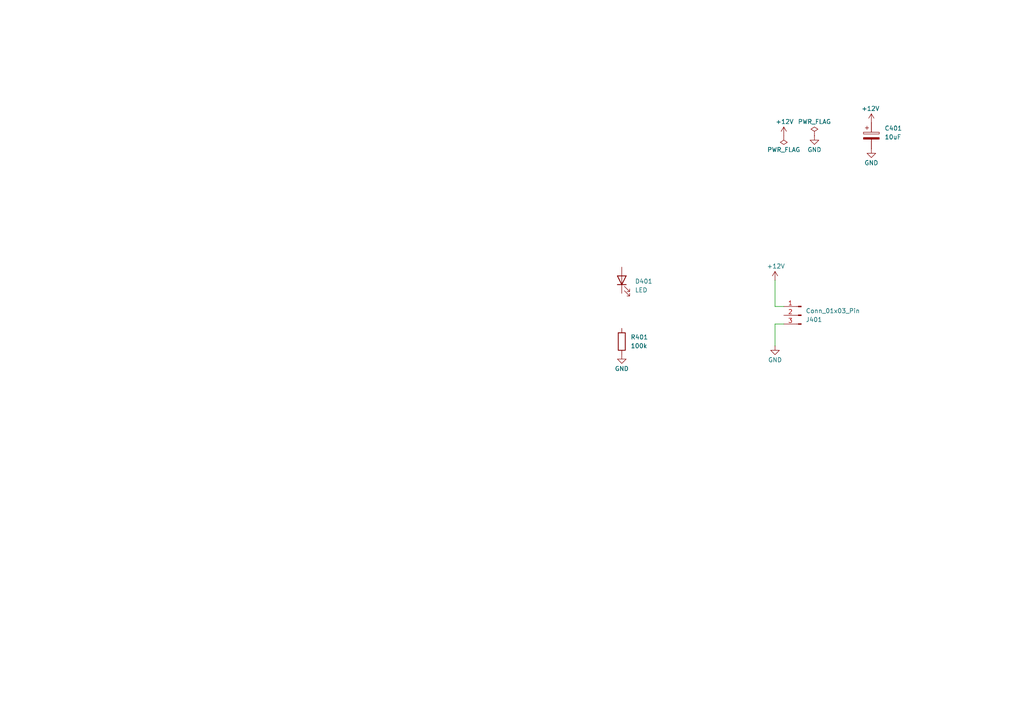
<source format=kicad_sch>
(kicad_sch (version 20231120) (generator "eeschema") (generator_version "8.0")
  (paper "A4")
  (title_block (date "2024-10-23") (rev "v1") (comment 1 "EUPL v1.2"))
  (lib_symbols
    (symbol "Capacitor_AKL:CP_Radial_D5.0mm_P2.00mm" (pin_numbers hide) (pin_names (offset 0.254))
      (property "Reference" "C" (at 0.635 2.54 0))
      (property "Value" "CP_Radial_D5.0mm_P2.00mm" (at 0.635 -2.54 0))
      (symbol "CP_Radial_D5.0mm_P2.00mm_0_1"
        (rectangle (start -2.286 0.508) (end 2.286 1.016))
        (polyline (pts (xy -1.778 2.286) (xy -0.762 2.286)))
        (polyline (pts (xy -1.27 2.794) (xy -1.27 1.778)))
        (rectangle (start 2.286 -0.508) (end -2.286 -1.016) (fill (type outline)))
      )
      (symbol "CP_Radial_D5.0mm_P2.00mm_1_1"
        (pin passive line (at 0 3.81 270) (length 2.794) (name "~") (number "1"))
        (pin passive line (at 0 -3.81 90) (length 2.794) (name "~") (number "2"))
      )
    )
    (symbol "Connector:Conn_01x03_Pin" (pin_names (offset 1.016) hide)
      (property "Reference" "J" (at 0 5.08 0))
      (property "Value" "Conn_01x03_Pin" (at 0 -5.08 0))
      (symbol "Conn_01x03_Pin_1_1"
        (polyline (pts (xy 1.27 -2.54) (xy 0.8636 -2.54)) (stroke (width 0.1524)))
        (polyline (pts (xy 1.27 0) (xy 0.8636 0)) (stroke (width 0.1524)))
        (polyline (pts (xy 1.27 2.54) (xy 0.8636 2.54)) (stroke (width 0.1524)))
        (rectangle (start 0.8636 -2.413) (end 0 -2.667) (stroke (width 0.1524)) (fill (type outline)))
        (rectangle (start 0.8636 0.127) (end 0 -0.127) (stroke (width 0.1524)) (fill (type outline)))
        (rectangle (start 0.8636 2.667) (end 0 2.413) (stroke (width 0.1524)) (fill (type outline)))
        (pin passive line (at 5.08 2.54 180) (length 3.81) (name "Pin_1") (number "1"))
        (pin passive line (at 5.08 0 180) (length 3.81) (name "Pin_2") (number "2"))
        (pin passive line (at 5.08 -2.54 180) (length 3.81) (name "Pin_3") (number "3"))
      )
    )
    (symbol "Device:LED" (pin_numbers hide) (pin_names (offset 1.016) hide)
      (property "Reference" "D" (at 0 2.54 0))
      (property "Value" "LED" (at 0 -2.54 0))
      (symbol "LED_0_1"
        (polyline (pts (xy -1.27 -1.27) (xy -1.27 1.27)) (stroke (width 0.254)))
        (polyline (pts (xy -1.27 0) (xy 1.27 0)))
        (polyline (pts (xy 1.27 -1.27) (xy 1.27 1.27) (xy -1.27 0) (xy 1.27 -1.27)) (stroke (width 0.254)))
        (polyline (pts (xy -3.048 -0.762) (xy -4.572 -2.286) (xy -3.81 -2.286) (xy -4.572 -2.286) (xy -4.572 -1.524)))
        (polyline (pts (xy -1.778 -0.762) (xy -3.302 -2.286) (xy -2.54 -2.286) (xy -3.302 -2.286) (xy -3.302 -1.524)))
      )
      (symbol "LED_1_1"
        (pin passive line (at -3.81 0 0) (length 2.54) (name "K") (number "1"))
        (pin passive line (at 3.81 0 180) (length 2.54) (name "A") (number "2"))
      )
    )
    (symbol "Device:R" (pin_numbers hide) (pin_names (offset 0))
      (property "Reference" "R" (at 2.032 0 90))
      (property "Value" "R" (at 0 0 90))
      (symbol "R_0_1"
        (rectangle (start -1.016 -2.54) (end 1.016 2.54) (stroke (width 0.254)))
      )
      (symbol "R_1_1"
        (pin passive line (at 0 3.81 270) (length 1.27) (name "~") (number "1"))
        (pin passive line (at 0 -3.81 90) (length 1.27) (name "~") (number "2"))
      )
    )
    (symbol "Seppl_power:PWR_FLAG" (power) (pin_numbers hide) (pin_names (offset 0) hide)
      (property "Value" "PWR_FLAG" (at 0 3.81 0))
      (symbol "PWR_FLAG_0_0"
        (pin power_out line (at 0 0 90) (length 0) (name "pwr") (number "1"))
      )
      (symbol "PWR_FLAG_0_1"
        (polyline (pts (xy 0 0) (xy 0 1.27) (xy -1.016 1.905) (xy 0 2.54) (xy 1.016 1.905) (xy 0 1.27)))
      )
    )
    (symbol "power:+12V" (power) (pin_numbers hide) (pin_names (offset 0) hide)
      (property "Value" "+12V" (at 0 3.556 0))
      (symbol "+12V_0_1"
        (polyline (pts (xy -0.762 1.27) (xy 0 2.54)))
        (polyline (pts (xy 0 0) (xy 0 2.54)))
        (polyline (pts (xy 0 2.54) (xy 0.762 1.27)))
      )
      (symbol "+12V_1_1"
        (pin power_in line (at 0 0 90) (length 0) (name "~") (number "1"))
      )
    )
    (symbol "power:GND" (power) (pin_numbers hide) (pin_names (offset 0) hide)
      (property "Value" "GND" (at 0 -3.81 0))
      (symbol "GND_0_1"
        (polyline (pts (xy 0 0) (xy 0 -1.27) (xy 1.27 -1.27) (xy 0 -2.54) (xy -1.27 -1.27) (xy 0 -1.27)))
      )
      (symbol "GND_1_1"
        (pin power_in line (at 0 0 270) (length 0) (name "~") (number "1"))
      )
    )
  )
  (wire (pts (xy 224.79 81.28) (xy 224.79 88.9)))
  (wire (pts (xy 224.79 100.33) (xy 224.79 93.98)))
  (wire (pts (xy 224.79 93.98) (xy 227.33 93.98)))
  (wire (pts (xy 224.79 88.9) (xy 227.33 88.9)))
  (symbol (lib_id "Device:R") (at 180.34 99.06 0) (unit 1)
    (property "Reference" "R401" (at 182.88 97.7899 0) (effects (justify left)))
    (property "Value" "100k" (at 182.88 100.3299 0) (effects (justify left)))
    (property "Description" "Resistor" (effects (hide yes)))
  )
  (symbol (lib_id "Connector:Conn_01x03_Pin") (at 232.41 91.44 0) (mirror y) (unit 1)
    (property "Reference" "J401" (at 233.68 92.7101 0) (effects (justify right)))
    (property "Value" "Conn_01x03_Pin" (at 233.68 90.1701 0) (effects (justify right)))
    (property "Description" "Generic connector, single row, 01x03, script generated" (effects (hide yes)))
  )
  (symbol (lib_id "Device:LED") (at 180.34 81.28 90) (unit 1)
    (property "Reference" "D401" (at 184.15 81.5974 90) (effects (justify right)))
    (property "Value" "LED" (at 184.15 84.1374 90) (effects (justify right)))
    (property "Description" "Light emitting diode" (effects (hide yes)))
  )
  (symbol (lib_id "power:+12V") (at 252.73 35.56 0) (unit 1)
    (property "Reference" "#PWR0402" (effects (hide yes)))
    (property "Value" "+12V" (at 252.476 31.496 0))
    (property "Description" "Power symbol creates a global label with name \"+12V\"" (effects (hide yes)))
  )
  (symbol (lib_id "power:GND") (at 180.34 102.87 0) (unit 1)
    (property "Reference" "#PWR0407" (effects (hide yes)))
    (property "Value" "GND" (at 180.34 106.934 0))
    (property "Description" "Power symbol creates a global label with name \"GND\" , ground" (effects (hide yes)))
  )
  (symbol (lib_id "power:GND") (at 224.79 100.33 0) (unit 1)
    (property "Reference" "#PWR0406" (effects (hide yes)))
    (property "Value" "GND" (at 224.79 104.394 0))
    (property "Description" "Power symbol creates a global label with name \"GND\" , ground" (effects (hide yes)))
  )
  (symbol (lib_id "Capacitor_AKL:CP_Radial_D5.0mm_P2.00mm") (at 252.73 39.37 0) (unit 1)
    (property "Reference" "C401" (at 256.54 37.2109 0) (effects (justify left)))
    (property "Value" "10uF" (at 256.54 39.7509 0) (effects (justify left)))
    (property "Footprint" "Capacitor_THT_AKL:CP_Radial_D5.0mm_P2.00mm" (effects (hide yes)))
    (property "Description" "THT Electrolytic Capacitor, 5.0mm Diameter, 2.00mm Pitch, European Symbol, Alternate KiCad Library" (effects (hide yes)))
  )
  (symbol (lib_id "Seppl_power:PWR_FLAG") (at 227.33 39.37 180) (unit 1)
    (property "Reference" "#FLG0401" (effects (hide yes)))
    (property "Value" "PWR_FLAG" (at 227.33 43.434 0))
    (property "Description" "Special symbol for telling ERC where power comes from" (effects (hide yes)))
  )
  (symbol (lib_id "power:+12V") (at 224.79 81.28 0) (mirror y) (unit 1)
    (property "Reference" "#PWR0405" (effects (hide yes)))
    (property "Value" "+12V" (at 225.044 77.216 0))
    (property "Description" "Power symbol creates a global label with name \"+12V\"" (effects (hide yes)))
  )
  (symbol (lib_id "Seppl_power:PWR_FLAG") (at 236.22 39.37 0) (unit 1)
    (property "Reference" "#FLG0402" (effects (hide yes)))
    (property "Value" "PWR_FLAG" (at 236.22 35.306 0))
    (property "Description" "Special symbol for telling ERC where power comes from" (effects (hide yes)))
  )
  (symbol (lib_id "power:GND") (at 236.22 39.37 0) (mirror y) (unit 1)
    (property "Reference" "#PWR0404" (effects (hide yes)))
    (property "Value" "GND" (at 236.22 43.434 0))
    (property "Description" "Power symbol creates a global label with name \"GND\" , ground" (effects (hide yes)))
  )
  (symbol (lib_id "power:GND") (at 252.73 43.18 0) (unit 1)
    (property "Reference" "#PWR0403" (effects (hide yes)))
    (property "Value" "GND" (at 252.73 47.244 0))
    (property "Description" "Power symbol creates a global label with name \"GND\" , ground" (effects (hide yes)))
  )
  (symbol (lib_id "power:+12V") (at 227.33 39.37 0) (mirror y) (unit 1)
    (property "Reference" "#PWR0401" (effects (hide yes)))
    (property "Value" "+12V" (at 227.584 35.306 0))
    (property "Description" "Power symbol creates a global label with name \"+12V\"" (effects (hide yes)))
  )
)
</source>
